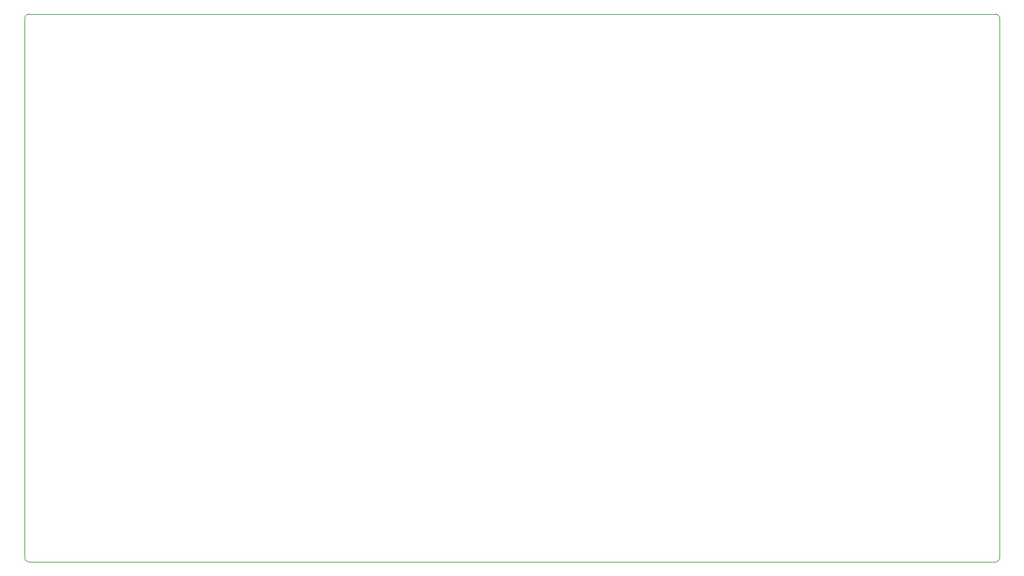
<source format=gbr>
G04 GENERATED BY PULSONIX 7.0 GERBER.DLL 4573*
%INHILLSTAR_100X50_EL_4LAYER_V1_0*%
%LNGERBER_BOARD*%
%FSLAX33Y33*%
%IPPOS*%
%LPD*%
%OFA0B0*%
%MOMM*%
%ADD143C,0.100*%
X0Y0D02*
D02*
D143*
X63534Y164400D02*
X190534D01*
G75*
G02X191034Y163900J-500*
G01*
Y92900*
G75*
G02X190534Y92400I-500*
G01*
X63534*
G75*
G02X63034Y92900J500*
G01*
Y163900*
G75*
G02X63534Y164400I500*
G01*
X0Y0D02*
M02*

</source>
